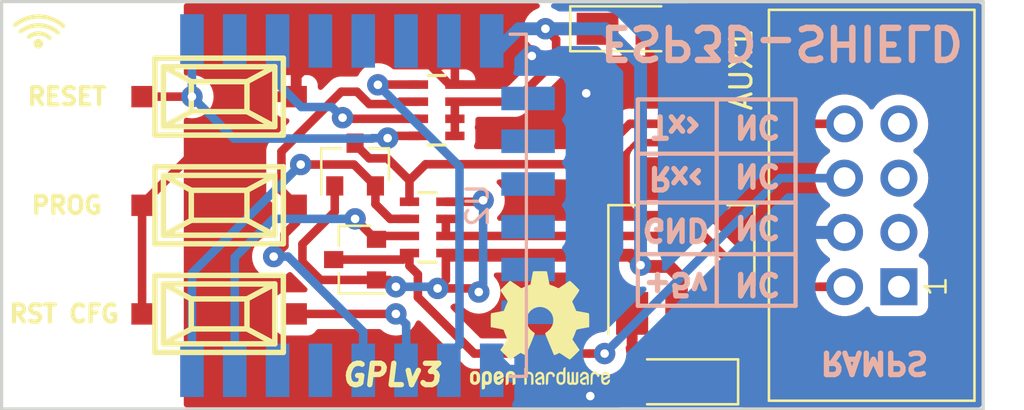
<source format=kicad_pcb>
(kicad_pcb (version 20221018) (generator pcbnew)
  (layers (0 "F.Cu" signal) (31 "B.Cu" signal) (34 "B.Paste" user) (35 "F.Paste" user) (36 "B.SilkS" user "B.Silkscreen") (37 "F.SilkS" user "F.Silkscreen") (38 "B.Mask" user) (39 "F.Mask" user) (44 "Edge.Cuts" user))
  (net 0 "")
  (net 1 "+5V")
  (net 2 "GND")
  (net 3 "+3V3")
  (net 4 "/LL1")
  (net 5 "/HL1")
  (net 6 "/LL2")
  (net 7 "/HL2")
  (net 8 "Net-(RN1-Pad8)")
  (net 9 "Net-(RN1-Pad7)")
  (net 10 "Net-(RN1-Pad6)")
  (net 11 "Net-(RN1-Pad5)")
  (net 12 "Net-(SW3-Pad1)")
  (footprint "Capacitors_Tantalum_SMD:CP_Tantalum_Case-A_EIA-3216-18_Reflow" (layer "F.Cu") (at 217.17 127 180)
    (fp_text reference "C1" hide)
    (fp_text value "10u")
    (pad "1" smd rect (at -1.375 0 180) (size 1.95 1.5) (layers "F.Cu" "F.Paste" "F.Mask") (net 1 "+5V"))
    (pad "2" smd rect (at 1.375 0 180) (size 1.95 1.5) (layers "F.Cu" "F.Paste" "F.Mask") (net 2 "GND"))
  )
  (footprint "Capacitors_Tantalum_SMD:CP_Tantalum_Case-A_EIA-3216-18_Reflow" (layer "F.Cu") (at 214.63 110.49)
    (fp_text reference "C2" hide)
    (fp_text value "10u")
    (pad "1" smd rect (at -1.375 0) (size 1.95 1.5) (layers "F.Cu" "F.Paste" "F.Mask") (net 3 "+3V3"))
    (pad "2" smd rect (at 1.375 0) (size 1.95 1.5) (layers "F.Cu" "F.Paste" "F.Mask") (net 2 "GND"))
  )
  (footprint "TO_SOT_Packages_SMD:SOT-23" (layer "F.Cu") (at 201.93 116.84 90)
    (fp_text reference "Q1" hide)
    (fp_text value "BSS138")
    (pad "1" smd rect (at -1 -0.95 90) (size 0.9 0.8) (layers "F.Cu" "F.Paste" "F.Mask") (net 3 "+3V3"))
    (pad "2" smd rect (at -1 0.95 90) (size 0.9 0.8) (layers "F.Cu" "F.Paste" "F.Mask") (net 4 "/LL1"))
    (pad "3" smd rect (at 1 0 90) (size 0.9 0.8) (layers "F.Cu" "F.Paste" "F.Mask") (net 5 "/HL1"))
  )
  (footprint "TO_SOT_Packages_SMD:SOT-23" (layer "F.Cu") (at 201.93 121.285 180)
    (fp_text reference "Q2" hide)
    (fp_text value "BSS138")
    (pad "1" smd rect (at -1 -0.95 180) (size 0.9 0.8) (layers "F.Cu" "F.Paste" "F.Mask") (net 3 "+3V3"))
    (pad "2" smd rect (at -1 0.95 180) (size 0.9 0.8) (layers "F.Cu" "F.Paste" "F.Mask") (net 6 "/LL2"))
    (pad "3" smd rect (at 1 0 180) (size 0.9 0.8) (layers "F.Cu" "F.Paste" "F.Mask") (net 7 "/HL2"))
  )
  (footprint "Resistors_SMD:R_Array_Concave_4x0603" (layer "F.Cu") (at 205.74 114.3 180)
    (fp_text reference "RN1" hide)
    (fp_text value "4x10k")
    (pad "1" smd rect (at -0.85 -1.2 180) (size 0.9 0.4) (layers "F.Cu" "F.Paste" "F.Mask") (net 3 "+3V3"))
    (pad "2" smd rect (at -0.85 -0.4 180) (size 0.9 0.4) (layers "F.Cu" "F.Paste" "F.Mask") (net 3 "+3V3"))
    (pad "3" smd rect (at -0.85 0.4 180) (size 0.9 0.4) (layers "F.Cu" "F.Paste" "F.Mask") (net 3 "+3V3"))
    (pad "4" smd rect (at -0.85 1.2 180) (size 0.9 0.4) (layers "F.Cu" "F.Paste" "F.Mask") (net 2 "GND"))
    (pad "5" smd rect (at 0.85 1.2 180) (size 0.9 0.4) (layers "F.Cu" "F.Paste" "F.Mask") (net 11 "Net-(RN1-Pad5)"))
    (pad "6" smd rect (at 0.85 0.4 180) (size 0.9 0.4) (layers "F.Cu" "F.Paste" "F.Mask") (net 10 "Net-(RN1-Pad6)"))
    (pad "7" smd rect (at 0.85 -0.4 180) (size 0.9 0.4) (layers "F.Cu" "F.Paste" "F.Mask") (net 9 "Net-(RN1-Pad7)"))
    (pad "8" smd rect (at 0.85 -1.2 180) (size 0.9 0.4) (layers "F.Cu" "F.Paste" "F.Mask") (net 8 "Net-(RN1-Pad8)"))
  )
  (footprint "Resistors_SMD:R_Array_Concave_4x0603" (layer "F.Cu") (at 205.32 119.78)
    (fp_text reference "RN2" hide)
    (fp_text value "4x10k")
    (pad "1" smd rect (at -0.85 -1.2) (size 0.9 0.4) (layers "F.Cu" "F.Paste" "F.Mask") (net 5 "/HL1"))
    (pad "2" smd rect (at -0.85 -0.4) (size 0.9 0.4) (layers "F.Cu" "F.Paste" "F.Mask") (net 4 "/LL1"))
    (pad "3" smd rect (at -0.85 0.4) (size 0.9 0.4) (layers "F.Cu" "F.Paste" "F.Mask") (net 6 "/LL2"))
    (pad "4" smd rect (at -0.85 1.2) (size 0.9 0.4) (layers "F.Cu" "F.Paste" "F.Mask") (net 7 "/HL2"))
    (pad "5" smd rect (at 0.85 1.2) (size 0.9 0.4) (layers "F.Cu" "F.Paste" "F.Mask") (net 3 "+3V3"))
    (pad "6" smd rect (at 0.85 0.4) (size 0.9 0.4) (layers "F.Cu" "F.Paste" "F.Mask") (net 1 "+5V"))
    (pad "7" smd rect (at 0.85 -0.4) (size 0.9 0.4) (layers "F.Cu" "F.Paste" "F.Mask") (net 1 "+5V"))
    (pad "8" smd rect (at 0.85 -1.2) (size 0.9 0.4) (layers "F.Cu" "F.Paste" "F.Mask") (net 3 "+3V3"))
  )
  (footprint "TO_SOT_Packages_SMD:SOT-223" (layer "F.Cu") (at 217.17 120.65 90)
    (fp_text reference "U1" hide)
    (fp_text value "LM1117-3.3")
    (pad "" smd rect (at 3.15 0 90) (size 2 3.8) (layers "F.Cu" "F.Paste" "F.Mask"))
    (pad "1" smd rect (at -3.15 -2.3 90) (size 2 1.5) (layers "F.Cu" "F.Paste" "F.Mask") (net 2 "GND"))
    (pad "2" smd rect (at -3.15 0 90) (size 2 1.5) (layers "F.Cu" "F.Paste" "F.Mask") (net 3 "+3V3"))
    (pad "3" smd rect (at -3.15 2.3 90) (size 2 1.5) (layers "F.Cu" "F.Paste" "F.Mask") (net 1 "+5V"))
  )
  (footprint "w_switch:smd_push" (layer "F.Cu") (at 195.58 113.665 180)
    (fp_text reference "SW1" hide)
    (fp_text value "RESET" hide)
    (pad "1" smd rect (at -3.59918 0 180) (size 1.00076 1.00076) (layers "F.Cu" "F.Paste" "F.Mask") (net 2 "GND"))
    (pad "2" smd rect (at 3.59918 0 180) (size 1.00076 1.00076) (layers "F.Cu" "F.Paste" "F.Mask") (net 8 "Net-(RN1-Pad8)"))
  )
  (footprint "w_switch:smd_push" (layer "F.Cu") (at 195.58 118.745 180)
    (fp_text reference "SW2" hide)
    (fp_text value "PROGRAM" hide)
    (pad "1" smd rect (at -3.59918 0 180) (size 1.00076 1.00076) (layers "F.Cu" "F.Paste" "F.Mask") (net 10 "Net-(RN1-Pad6)"))
    (pad "2" smd rect (at 3.59918 0 180) (size 1.00076 1.00076) (layers "F.Cu" "F.Paste" "F.Mask") (net 2 "GND"))
  )
  (footprint "w_switch:smd_push" (layer "F.Cu") (at 195.58 123.825 180)
    (fp_text reference "SW3" hide)
    (fp_text value "RESET_CONFIG" hide)
    (pad "1" smd rect (at -3.59918 0 180) (size 1.00076 1.00076) (layers "F.Cu" "F.Paste" "F.Mask") (net 12 "Net-(SW3-Pad1)"))
    (pad "2" smd rect (at 3.59918 0 180) (size 1.00076 1.00076) (layers "F.Cu" "F.Paste" "F.Mask") (net 2 "GND"))
  )
  (footprint "Connectors:IDC_Header_Straight_8pins" (layer "F.Cu") (at 227.33 122.555 90)
    (fp_text reference "AUX1" (at 10.16 -7.366 90) (layer "F.SilkS"))
    (fp_text value "Conn_02x04_Odd_Even")
    (fp_text user "1" (at 0.02 1.72 90) (layer "F.SilkS") (effects (font (thickness 0.12))))
    (pad "1" thru_hole rect (at 0 0 90) (size 1.7272 1.7272) (drill 1.016) (layers "*.Cu" "*.Mask"))
    (pad "2" thru_hole oval (at 0 -2.54 90) (size 1.7272 1.7272) (drill 1.016) (layers "*.Cu" "*.Mask") (net 1 "+5V"))
    (pad "3" thru_hole oval (at 2.54 0 90) (size 1.7272 1.7272) (drill 1.016) (layers "*.Cu" "*.Mask"))
    (pad "4" thru_hole oval (at 2.54 -2.54 90) (size 1.7272 1.7272) (drill 1.016) (layers "*.Cu" "*.Mask") (net 2 "GND"))
    (pad "5" thru_hole oval (at 5.08 0 90) (size 1.7272 1.7272) (drill 1.016) (layers "*.Cu" "*.Mask"))
    (pad "6" thru_hole oval (at 5.08 -2.54 90) (size 1.7272 1.7272) (drill 1.016) (layers "*.Cu" "*.Mask") (net 7 "/HL2"))
    (pad "7" thru_hole oval (at 7.62 0 90) (size 1.7272 1.7272) (drill 1.016) (layers "*.Cu" "*.Mask"))
    (pad "8" thru_hole oval (at 7.62 -2.54 90) (size 1.7272 1.7272) (drill 1.016) (layers "*.Cu" "*.Mask") (net 5 "/HL1"))
  )
  (footprint "Symbols:OSHW-Logo2_7.3x6mm_SilkScreen" (layer "F.Cu") (at 210.566 124.587)
    (fp_text reference "REF***" hide)
    (fp_text value "OSHW-Logo2_7.3x6mm_SilkScreen" hide)
  )
  (footprint "ESP8266:ESP-12E_SMD" (layer "B.Cu") (at 194.31 111.76 -90)
    (fp_text reference "U2" (at 6.985 -13.335 270) (layer "B.SilkS") (effects (justify mirror)))
    (fp_text value "ESP-12E" hide)
    (pad "1" smd rect (at 0 0 270) (size 2.5 1.1) (drill (offset -0.7 0)) (layers "B.Cu" "B.Paste" "B.Mask") (net 8 "Net-(RN1-Pad8)"))
    (pad "2" smd rect (at 0 -2 270) (size 2.5 1.1) (drill (offset -0.7 0)) (layers "B.Cu" "B.Paste" "B.Mask"))
    (pad "3" smd rect (at 0 -4 270) (size 2.5 1.1) (drill (offset -0.7 0)) (layers "B.Cu" "B.Paste" "B.Mask") (net 9 "Net-(RN1-Pad7)"))
    (pad "4" smd rect (at 0 -6 270) (size 2.5 1.1) (drill (offset -0.7 0)) (layers "B.Cu" "B.Paste" "B.Mask"))
    (pad "5" smd rect (at 0 -8 270) (size 2.5 1.1) (drill (offset -0.7 0)) (layers "B.Cu" "B.Paste" "B.Mask"))
    (pad "6" smd rect (at 0 -10 270) (size 2.5 1.1) (drill (offset -0.7 0)) (layers "B.Cu" "B.Paste" "B.Mask"))
    (pad "7" smd rect (at 0 -12 270) (size 2.5 1.1) (drill (offset -0.7 0)) (layers "B.Cu" "B.Paste" "B.Mask"))
    (pad "8" smd rect (at 0 -14 270) (size 2.5 1.1) (drill (offset -0.7 0)) (layers "B.Cu" "B.Paste" "B.Mask") (net 3 "+3V3"))
    (pad "9" smd rect (at 14 -14 270) (size 2.5 1.1) (drill (offset 0.7 0)) (layers "B.Cu" "B.Paste" "B.Mask") (net 2 "GND"))
    (pad "10" smd rect (at 14 -12 270) (size 2.5 1.1) (drill (offset 0.7 0)) (layers "B.Cu" "B.Paste" "B.Mask") (net 11 "Net-(RN1-Pad5)"))
    (pad "11" smd rect (at 14 -10 270) (size 2.5 1.1) (drill (offset 0.7 0)) (layers "B.Cu" "B.Paste" "B.Mask") (net 12 "Net-(SW3-Pad1)"))
    (pad "12" smd rect (at 14 -8 270) (size 2.5 1.1) (drill (offset 0.7 0)) (layers "B.Cu" "B.Paste" "B.Mask") (net 10 "Net-(RN1-Pad6)"))
    (pad "13" smd rect (at 14 -6 270) (size 2.5 1.1) (drill (offset 0.7 0)) (layers "B.Cu" "B.Paste" "B.Mask"))
    (pad "14" smd rect (at 14 -4 270) (size 2.5 1.1) (drill (offset 0.7 0)) (layers "B.Cu" "B.Paste" "B.Mask"))
    (pad "15" smd rect (at 14 -2 270) (size 2.5 1.1) (drill (offset 0.7 0)) (layers "B.Cu" "B.Paste" "B.Mask") (net 6 "/LL2"))
    (pad "16" smd rect (at 14 0 270) (size 2.5 1.1) (drill (offset 0.7 0)) (layers "B.Cu" "B.Paste" "B.Mask") (net 4 "/LL1"))
    (pad "17" smd rect (at 1.99 -15 180) (size 2.5 1.1) (drill (offset -0.7 0)) (layers "B.Cu" "B.Paste" "B.Mask"))
    (pad "18" smd rect (at 3.99 -15 180) (size 2.5 1.1) (drill (offset -0.7 0)) (layers "B.Cu" "B.Paste" "B.Mask"))
    (pad "19" smd rect (at 5.99 -15 180) (size 2.5 1.1) (drill (offset -0.7 0)) (layers "B.Cu" "B.Paste" "B.Mask"))
    (pad "20" smd rect (at 7.99 -15 180) (size 2.5 1.1) (drill (offset -0.7 0)) (layers "B.Cu" "B.Paste" "B.Mask"))
    (pad "21" smd rect (at 9.99 -15 180) (size 2.5 1.1) (drill (offset -0.7 0)) (layers "B.Cu" "B.Paste" "B.Mask"))
    (pad "22" smd rect (at 11.99 -15 180) (size 2.5 1.1) (drill (offset -0.7 0)) (layers "B.Cu" "B.Paste" "B.Mask"))
  )
  (gr_line (start 222.504 113.792) (end 222.504 123.444) (stroke (width 0.2)) (layer "B.SilkS"))
  (gr_line (start 218.948 113.792) (end 222.504 113.792) (stroke (width 0.2)) (layer "B.SilkS"))
  (gr_line (start 218.948 113.792) (end 215.138 113.792) (stroke (width 0.2)) (layer "B.SilkS"))
  (gr_line (start 222.504 123.444) (end 218.948 123.444) (stroke (width 0.2)) (layer "B.SilkS"))
  (gr_line (start 215.138 123.444) (end 218.948 123.444) (stroke (width 0.2)) (layer "B.SilkS"))
  (gr_line (start 215.138 116.332) (end 222.504 116.332) (stroke (width 0.2)) (layer "B.SilkS"))
  (gr_line (start 215.138 113.792) (end 215.138 123.444) (stroke (width 0.2)) (layer "B.SilkS"))
  (gr_line (start 215.138 121.031) (end 222.504 121.031) (stroke (width 0.2)) (layer "B.SilkS"))
  (gr_line (start 215.138 118.618) (end 222.504 118.618) (stroke (width 0.2)) (layer "B.SilkS"))
  (gr_line (start 218.821 123.444) (end 218.821 113.792) (stroke (width 0.2)) (layer "B.SilkS"))
  (gr_circle (center 187.1345 111.1885) (end 187.1345 111.0615) (stroke (width 0.2)) (fill none) (layer "F.SilkS"))
  (gr_arc (start 186.69 110.871) (mid 187.183892 110.70952) (end 187.659908 110.917882) (stroke (width 0.2)) (layer "F.SilkS"))
  (gr_arc (start 186.309 110.617) (mid 187.18585 110.328406) (end 188.045677 110.664336) (stroke (width 0.2)) (layer "F.SilkS"))
  (gr_arc (start 186.055 110.309442) (mid 187.189653 109.917741) (end 188.304378 110.363) (stroke (width 0.2)) (layer "F.SilkS"))
  (gr_line (start 231.267 109.22) (end 231.267 128.27) (stroke (width 0.15)) (layer "Edge.Cuts"))
  (gr_line (start 185.42 128.27) (end 185.42 109.22) (stroke (width 0.15)) (layer "Edge.Cuts"))
  (gr_line (start 185.42 109.22) (end 231.267 109.22) (stroke (width 0.15)) (layer "Edge.Cuts"))
  (gr_line (start 231.267 128.27) (end 185.42 128.27) (stroke (width 0.15)) (layer "Edge.Cuts"))
  (gr_text "Rx‹" (at 216.916 117.475 180) (layer "B.SilkS") (effects (font (size 1 1) (thickness 0.25)) (justify mirror)))
  (gr_text "NC" (at 220.726 117.348 180) (layer "B.SilkS") (effects (font (size 1 1) (thickness 0.25)) (justify mirror)))
  (gr_text "NC" (at 220.726 119.761 180) (layer "B.SilkS") (effects (font (size 1 1) (thickness 0.25)) (justify mirror)))
  (gr_text "NC" (at 220.726 122.428 180) (layer "B.SilkS") (effects (font (size 1 1) (thickness 0.25)) (justify mirror)))
  (gr_text "GND" (at 216.916 119.888 180) (layer "B.SilkS") (effects (font (size 1 1) (thickness 0.25)) (justify mirror)))
  (gr_text "RAMPS" (at 226.187 126.111 180) (layer "B.SilkS") (effects (font (size 1 1) (thickness 0.25)) (justify mirror)))
  (gr_text "Tx›" (at 216.916 115.062 180) (layer "B.SilkS") (effects (font (size 1 1) (thickness 0.25)) (justify mirror)))
  (gr_text "NC" (at 220.726 115.062 180) (layer "B.SilkS") (effects (font (size 1 1) (thickness 0.25)) (justify mirror)))
  (gr_text "+5v" (at 216.916 122.428 180) (layer "B.SilkS") (effects (font (size 1 1) (thickness 0.25)) (justify mirror)))
  (gr_text "ESP3D-SHIELD" (at 221.869 111.125 180) (layer "B.SilkS") (effects (font (size 1.5 1.5) (thickness 0.3)) (justify mirror)))
  (gr_text "PROG" (at 188.468 118.745) (layer "F.SilkS") (effects (font (size 0.8 0.8) (thickness 0.2))))
  (gr_text "RST CFG" (at 188.341 123.825) (layer "F.SilkS") (effects (font (size 0.8 0.8) (thickness 0.2))))
  (gr_text "GPLv3" (at 203.6445 126.6825) (layer "F.SilkS") (effects (font (size 1 1) (thickness 0.25) italic)))
  (gr_text "RESET" (at 188.468 113.665) (layer "F.SilkS") (effects (font (size 0.8 0.8) (thickness 0.2))))
  (segment (start 206.17 120.18) (end 206.17075 120.17925) (width 0.4) (layer "F.Cu") (net 1))
  (segment (start 223.647 122.555) (end 224.155 122.555) (width 0.4) (layer "F.Cu") (net 1))
  (segment (start 219.47 121.427825) (end 219.47 123.8) (width 0.4) (layer "F.Cu") (net 1))
  (segment (start 219.47 123.8) (end 221.912377 123.8) (width 0.4) (layer "F.Cu") (net 1))
  (segment (start 219.501749 123.831749) (end 219.47 123.8) (width 0.4) (layer "F.Cu") (net 1))
  (segment (start 221.912377 123.8) (end 223.157377 122.555) (width 0.4) (layer "F.Cu") (net 1))
  (segment (start 206.17075 120.17925) (end 218.221425 120.17925) (width 0.4) (layer "F.Cu") (net 1))
  (segment (start 218.545 127) (end 219.501749 126.043251) (width 0.4) (layer "F.Cu") (net 1))
  (segment (start 218.221425 120.17925) (end 219.47 121.427825) (width 0.4) (layer "F.Cu") (net 1))
  (segment (start 219.501749 126.043251) (end 219.501749 123.831749) (width 0.4) (layer "F.Cu") (net 1))
  (segment (start 206.17 119.38) (end 206.17 120.18) (width 0.4) (layer "F.Cu") (net 1))
  (segment (start 224.79 122.555) (end 223.647 122.555) (width 0.4) (layer "F.Cu") (net 1))
  (segment (start 223.157377 122.555) (end 223.647 122.555) (width 0.4) (layer "F.Cu") (net 1))
  (segment (start 206.59 113.1) (end 208.845 113.1) (width 0.4) (layer "F.Cu") (net 2))
  (segment (start 212.760319 113.509681) (end 212.725 113.545) (width 0.6) (layer "F.Cu") (net 2))
  (segment (start 191.98082 118.745) (end 191.98082 118.692906) (width 0.4) (layer "F.Cu") (net 2))
  (segment (start 191.98082 123.825) (end 191.98082 122.92462) (width 0.4) (layer "F.Cu") (net 2))
  (segment (start 215.778394 127.016606) (end 213.565311 127.016606) (width 0.6) (layer "F.Cu") (net 2))
  (segment (start 215.795 127) (end 215.778394 127.016606) (width 0.6) (layer "F.Cu") (net 2))
  (segment (start 215.78 112.322693) (end 214.593012 113.509681) (width 0.6) (layer "F.Cu") (net 2))
  (segment (start 214.593012 113.509681) (end 212.760319 113.509681) (width 0.6) (layer "F.Cu") (net 2))
  (segment (start 212.725 113.511055) (end 212.726374 113.509681) (width 0.4) (layer "F.Cu") (net 2))
  (segment (start 215.78 110.49) (end 215.78 112.322693) (width 0.6) (layer "F.Cu") (net 2))
  (segment (start 206.34 113.1) (end 204.547465 111.307465) (width 0.4) (layer "F.Cu") (net 2))
  (segment (start 197.008726 113.665) (end 199.17918 113.665) (width 0.4) (layer "F.Cu") (net 2))
  (segment (start 206.59 113.1) (end 206.34 113.1) (width 0.4) (layer "F.Cu") (net 2))
  (segment (start 215.795 127) (end 214.885968 126.090968) (width 0.4) (layer "F.Cu") (net 2))
  (segment (start 213.415132 127.166785) (end 212.915133 127.666784) (width 0.6) (layer "F.Cu") (net 2))
  (segment (start 213.565311 127.016606) (end 213.415132 127.166785) (width 0.6) (layer "F.Cu") (net 2))
  (segment (start 191.98082 118.692906) (end 197.008726 113.665) (width 0.4) (layer "F.Cu") (net 2))
  (segment (start 199.17918 112.76462) (end 199.17918 113.665) (width 0.4) (layer "F.Cu") (net 2))
  (segment (start 208.845 113.1) (end 210.185 111.76) (width 0.4) (layer "F.Cu") (net 2))
  (segment (start 216.005 110.49) (end 215.78 110.49) (width 0.4) (layer "F.Cu") (net 2))
  (segment (start 191.98082 122.92462) (end 191.98082 118.745) (width 0.4) (layer "F.Cu") (net 2))
  (segment (start 200.636335 111.307465) (end 199.17918 112.76462) (width 0.4) (layer "F.Cu") (net 2))
  (segment (start 214.885968 123.815968) (end 214.87 123.8) (width 0.4) (layer "F.Cu") (net 2))
  (segment (start 212.725 113.545) (end 212.725 113.511055) (width 0.4) (layer "F.Cu") (net 2))
  (segment (start 204.547465 111.307465) (end 200.636335 111.307465) (width 0.4) (layer "F.Cu") (net 2))
  (segment (start 214.885968 126.090968) (end 214.885968 123.815968) (width 0.4) (layer "F.Cu") (net 2))
  (via (at 212.726374 113.509681) (size 1) (drill 0.4) (layers "F.Cu" "B.Cu") (net 2))
  (via (at 212.915133 127.666784) (size 1) (drill 0.4) (layers "F.Cu" "B.Cu") (net 2))
  (via (at 210.185 111.76) (size 1) (drill 0.4) (layers "F.Cu" "B.Cu") (net 2))
  (segment (start 214.383277 127.624837) (end 212.95708 127.624837) (width 0.6) (layer "B.Cu") (net 2))
  (segment (start 212.851589 127.504839) (end 212.851589 127.60324) (width 0.4) (layer "B.Cu") (net 2))
  (segment (start 210.185 111.76) (end 210.976693 111.76) (width 0.4) (layer "B.Cu") (net 2))
  (segment (start 212.181061 125.881181) (end 212.181061 114.054994) (width 0.6) (layer "B.Cu") (net 2))
  (segment (start 224.79 120.015) (end 222.885 120.015) (width 0.6) (layer "B.Cu") (net 2))
  (segment (start 212.94197 127.609728) (end 212.94197 127.624368) (width 0.6) (layer "B.Cu") (net 2))
  (segment (start 224.155 120.015) (end 222.885 120.015) (width 0.6) (layer "B.Cu") (net 2))
  (segment (start 212.95708 127.624837) (end 212.915133 127.666784) (width 0.6) (layer "B.Cu") (net 2))
  (segment (start 221.993114 120.015) (end 214.383277 127.624837) (width 0.6) (layer "B.Cu") (net 2))
  (segment (start 212.851589 127.60324) (end 212.915133 127.666784) (width 0.4) (layer "B.Cu") (net 2))
  (segment (start 212.226375 114.00968) (end 212.726374 113.509681) (width 0.6) (layer "B.Cu") (net 2))
  (segment (start 212.226375 113.009682) (end 212.726374 113.509681) (width 0.4) (layer "B.Cu") (net 2))
  (segment (start 211.697242 126.365) (end 212.94197 127.609728) (width 0.6) (layer "B.Cu") (net 2))
  (segment (start 209.293951 126.743951) (end 211.318291 126.743951) (width 0.6) (layer "B.Cu") (net 2))
  (segment (start 208.31 125.76) (end 209.293951 126.743951) (width 0.6) (layer "B.Cu") (net 2))
  (segment (start 212.181061 114.054994) (end 212.226375 114.00968) (width 0.6) (layer "B.Cu") (net 2))
  (segment (start 210.976693 111.76) (end 212.226375 113.009682) (width 0.4) (layer "B.Cu") (net 2))
  (segment (start 211.318291 126.743951) (end 211.697242 126.365) (width 0.6) (layer "B.Cu") (net 2))
  (segment (start 222.885 120.015) (end 221.993114 120.015) (width 0.6) (layer "B.Cu") (net 2))
  (segment (start 211.697242 126.365) (end 212.181061 125.881181) (width 0.6) (layer "B.Cu") (net 2))
  (segment (start 209.377004 113.9) (end 211.319999 111.957005) (width 0.4) (layer "F.Cu") (net 3))
  (segment (start 217.17 123.8) (end 217.17 123.55) (width 0.4) (layer "F.Cu") (net 3))
  (segment (start 206.27111 121.08111) (end 214.802747 121.08111) (width 0.6) (layer "F.Cu") (net 3))
  (segment (start 203.515 122.235) (end 203.835 122.555) (width 0.4) (layer "F.Cu") (net 3))
  (segment (start 213.255 110.49) (end 210.82 110.49) (width 0.6) (layer "F.Cu") (net 3))
  (segment (start 207.841998 118.58) (end 207.91001 118.511988) (width 0.4) (layer "F.Cu") (net 3))
  (segment (start 205.784149 122.633148) (end 207.539225 122.633148) (width 0.4) (layer "F.Cu") (net 3))
  (segment (start 206.59 113.9) (end 209.377004 113.9) (width 0.4) (layer "F.Cu") (net 3))
  (segment (start 200.309998 122.235) (end 199.471128 121.39613) (width 0.4) (layer "F.Cu") (net 3))
  (segment (start 207.539225 122.633148) (end 207.707012 122.800935) (width 0.4) (layer "F.Cu") (net 3))
  (segment (start 214.802747 121.08111) (end 215.264163 121.542526) (width 0.6) (layer "F.Cu") (net 3))
  (segment (start 200.98 119.0479) (end 200.98 117.84) (width 0.4) (layer "F.Cu") (net 3))
  (segment (start 206.17 120.98) (end 206.17 122.247297) (width 0.4) (layer "F.Cu") (net 3))
  (segment (start 199.471128 121.39613) (end 199.471128 120.556772) (width 0.4) (layer "F.Cu") (net 3))
  (segment (start 211.319999 110.989999) (end 210.82 110.49) (width 0.4) (layer "F.Cu") (net 3))
  (segment (start 206.17 122.247297) (end 205.784149 122.633148) (width 0.4) (layer "F.Cu") (net 3))
  (segment (start 206.17 120.98) (end 206.647818 120.98) (width 0.4) (layer "F.Cu") (net 3))
  (segment (start 206.59 114.7) (end 206.59 115.5) (width 0.4) (layer "F.Cu") (net 3))
  (segment (start 202.93 122.235) (end 203.515 122.235) (width 0.4) (layer "F.Cu") (net 3))
  (segment (start 216.606467 121.605447) (end 215.327084 121.605447) (width 0.6) (layer "F.Cu") (net 3))
  (segment (start 217.17 123.55) (end 217.17 122.16898) (width 0.6) (layer "F.Cu") (net 3))
  (segment (start 211.319999 111.957005) (end 211.319999 110.989999) (width 0.4) (layer "F.Cu") (net 3))
  (segment (start 206.17 118.58) (end 207.841998 118.58) (width 0.4) (layer "F.Cu") (net 3))
  (segment (start 199.471128 120.556772) (end 200.98 119.0479) (width 0.4) (layer "F.Cu") (net 3))
  (segment (start 217.17 122.16898) (end 216.606467 121.605447) (width 0.6) (layer "F.Cu") (net 3))
  (segment (start 206.59 113.9) (end 206.59 114.7) (width 0.4) (layer "F.Cu") (net 3))
  (segment (start 215.327084 121.605447) (end 215.264163 121.542526) (width 0.6) (layer "F.Cu") (net 3))
  (segment (start 202.93 122.235) (end 200.309998 122.235) (width 0.4) (layer "F.Cu") (net 3))
  (via (at 210.82 110.49) (size 1) (drill 0.4) (layers "F.Cu" "B.Cu") (net 3))
  (via (at 205.784149 122.633148) (size 1) (drill 0.4) (layers "F.Cu" "B.Cu") (net 3))
  (via (at 203.835 122.555) (size 1) (drill 0.4) (layers "F.Cu" "B.Cu") (net 3))
  (via (at 215.264163 121.542526) (size 1) (drill 0.4) (layers "F.Cu" "B.Cu") (net 3))
  (via (at 207.707012 122.800935) (size 1) (drill 0.4) (layers "F.Cu" "B.Cu") (net 3))
  (via (at 207.91001 118.511988) (size 1) (drill 0.4) (layers "F.Cu" "B.Cu") (net 3))
  (segment (start 205.706001 122.555) (end 205.784149 122.633148) (width 0.4) (layer "B.Cu") (net 3))
  (segment (start 215.264163 112.146404) (end 215.264163 120.83542) (width 0.6) (layer "B.Cu") (net 3))
  (segment (start 207.91001 118.511988) (end 207.91001 122.597937) (width 0.4) (layer "B.Cu") (net 3))
  (segment (start 203.835 122.555) (end 205.706001 122.555) (width 0.4) (layer "B.Cu") (net 3))
  (segment (start 207.91001 122.597937) (end 207.707012 122.800935) (width 0.4) (layer "B.Cu") (net 3))
  (segment (start 210.82 110.49) (end 209.58 110.49) (width 0.6) (layer "B.Cu") (net 3))
  (segment (start 210.82 110.49) (end 213.607759 110.49) (width 0.6) (layer "B.Cu") (net 3))
  (segment (start 213.607759 110.49) (end 215.264163 112.146404) (width 0.6) (layer "B.Cu") (net 3))
  (segment (start 215.264163 120.83542) (end 215.264163 121.542526) (width 0.6) (layer "B.Cu") (net 3))
  (segment (start 209.58 110.49) (end 208.31 111.76) (width 0.6) (layer "B.Cu") (net 3))
  (segment (start 203.57 119.38) (end 202.88 118.69) (width 0.4) (layer "F.Cu") (net 4))
  (segment (start 202.88 117.84) (end 201.88 116.84) (width 0.4) (layer "F.Cu") (net 4))
  (segment (start 204.47 119.38) (end 203.57 119.38) (width 0.4) (layer "F.Cu") (net 4))
  (segment (start 202.88 118.69) (end 202.88 117.84) (width 0.4) (layer "F.Cu") (net 4))
  (segment (start 201.88 116.84) (end 199.39 116.84) (width 0.4) (layer "F.Cu") (net 4))
  (via (at 199.39 116.84) (size 1) (drill 0.4) (layers "F.Cu" "B.Cu") (net 4))
  (segment (start 194.31 121.92) (end 194.31 125.76) (width 0.4) (layer "B.Cu") (net 4))
  (segment (start 199.39 116.84) (end 194.31 121.92) (width 0.4) (layer "B.Cu") (net 4))
  (segment (start 203.440836 116.550836) (end 202.590836 116.550836) (width 0.4) (layer "F.Cu") (net 5))
  (segment (start 204.47 117.58) (end 203.440836 116.550836) (width 0.4) (layer "F.Cu") (net 5))
  (segment (start 222.92073 114.935) (end 224.79 114.935) (width 0.4) (layer "F.Cu") (net 5))
  (segment (start 214.761678 114.935) (end 222.92073 114.935) (width 0.4) (layer "F.Cu") (net 5))
  (segment (start 205.223732 116.826268) (end 212.87041 116.826268) (width 0.4) (layer "F.Cu") (net 5))
  (segment (start 201.93 115.89) (end 201.93 115.84) (width 0.4) (layer "F.Cu") (net 5))
  (segment (start 204.47 118.58) (end 204.47 117.58) (width 0.4) (layer "F.Cu") (net 5))
  (segment (start 202.590836 116.550836) (end 201.93 115.89) (width 0.4) (layer "F.Cu") (net 5))
  (segment (start 204.47 117.58) (end 205.223732 116.826268) (width 0.4) (layer "F.Cu") (net 5))
  (segment (start 212.87041 116.826268) (end 214.761678 114.935) (width 0.4) (layer "F.Cu") (net 5))
  (segment (start 202.885 120.335) (end 201.93 119.38) (width 0.4) (layer "F.Cu") (net 6))
  (segment (start 204.47 120.18) (end 203.085 120.18) (width 0.4) (layer "F.Cu") (net 6))
  (segment (start 203.085 120.18) (end 202.93 120.335) (width 0.4) (layer "F.Cu") (net 6))
  (segment (start 202.93 120.335) (end 202.885 120.335) (width 0.4) (layer "F.Cu") (net 6))
  (via (at 201.93 119.38) (size 1) (drill 0.4) (layers "F.Cu" "B.Cu") (net 6))
  (segment (start 198.110109 119.38) (end 196.31 121.180109) (width 0.4) (layer "B.Cu") (net 6))
  (segment (start 196.31 121.180109) (end 196.31 125.76) (width 0.4) (layer "B.Cu") (net 6))
  (segment (start 201.93 119.38) (end 198.110109 119.38) (width 0.4) (layer "B.Cu") (net 6))
  (segment (start 204.863172 121.973172) (end 204.863172 123.044177) (width 0.4) (layer "F.Cu") (net 7))
  (segment (start 204.47 121.58) (end 204.863172 121.973172) (width 0.4) (layer "F.Cu") (net 7))
  (segment (start 204.47 120.98) (end 204.47 121.58) (width 0.4) (layer "F.Cu") (net 7))
  (segment (start 212.877329 125.678955) (end 213.584435 125.678955) (width 0.4) (layer "F.Cu") (net 7))
  (segment (start 204.47 120.98) (end 204.165 121.285) (width 0.4) (layer "F.Cu") (net 7))
  (segment (start 204.165 121.285) (end 200.93 121.285) (width 0.4) (layer "F.Cu") (net 7))
  (segment (start 207.49795 125.678955) (end 212.877329 125.678955) (width 0.4) (layer "F.Cu") (net 7))
  (segment (start 204.863172 123.044177) (end 207.49795 125.678955) (width 0.4) (layer "F.Cu") (net 7))
  (via (at 213.584435 125.678955) (size 1) (drill 0.4) (layers "F.Cu" "B.Cu") (net 7))
  (segment (start 224.79 117.475) (end 223.647 117.475) (width 0.4) (layer "B.Cu") (net 7))
  (segment (start 224.155 117.475) (end 223.647 117.475) (width 0.4) (layer "B.Cu") (net 7))
  (segment (start 223.647 117.475) (end 221.78839 117.475) (width 0.4) (layer "B.Cu") (net 7))
  (segment (start 221.78839 117.475) (end 214.084434 125.178956) (width 0.4) (layer "B.Cu") (net 7))
  (segment (start 214.084434 125.178956) (end 213.584435 125.678955) (width 0.4) (layer "B.Cu") (net 7))
  (segment (start 191.98082 113.665) (end 194.31 113.665) (width 0.4) (layer "F.Cu") (net 8))
  (segment (start 203.555264 115.5) (end 203.450084 115.60518) (width 0.4) (layer "F.Cu") (net 8))
  (segment (start 204.89 115.5) (end 203.555264 115.5) (width 0.4) (layer "F.Cu") (net 8))
  (via (at 194.31 113.665) (size 1) (drill 0.4) (layers "F.Cu" "B.Cu") (net 8))
  (via (at 203.450084 115.60518) (size 1) (drill 0.4) (layers "F.Cu" "B.Cu") (net 8))
  (segment (start 202.742978 115.60518) (end 203.450084 115.60518) (width 0.4) (layer "B.Cu") (net 8))
  (segment (start 196.271144 115.626144) (end 202.722014 115.626144) (width 0.4) (layer "B.Cu") (net 8))
  (segment (start 194.31 113.665) (end 194.31 111.76) (width 0.4) (layer "B.Cu") (net 8))
  (segment (start 194.31 113.665) (end 196.271144 115.626144) (width 0.4) (layer "B.Cu") (net 8))
  (segment (start 202.722014 115.626144) (end 202.742978 115.60518) (width 0.4) (layer "B.Cu") (net 8))
  (segment (start 201.395521 114.7) (end 201.344968 114.649447) (width 0.4) (layer "F.Cu") (net 9))
  (segment (start 204.89 114.7) (end 201.395521 114.7) (width 0.4) (layer "F.Cu") (net 9))
  (via (at 201.344968 114.649447) (size 1) (drill 0.4) (layers "F.Cu" "B.Cu") (net 9))
  (segment (start 200.844969 114.149448) (end 201.344968 114.649447) (width 0.4) (layer "B.Cu") (net 9))
  (segment (start 199.41877 114.149448) (end 200.844969 114.149448) (width 0.4) (layer "B.Cu") (net 9))
  (segment (start 198.31 111.76) (end 198.31 113.040678) (width 0.4) (layer "B.Cu") (net 9))
  (segment (start 198.31 113.040678) (end 199.41877 114.149448) (width 0.4) (layer "B.Cu") (net 9))
  (segment (start 199.17918 118.745) (end 199.17918 119.548365) (width 0.4) (layer "F.Cu") (net 10))
  (segment (start 204.89 113.9) (end 204.04 113.9) (width 0.4) (layer "F.Cu") (net 10))
  (segment (start 198.489998 118.055818) (end 199.17918 118.745) (width 0.4) (layer "F.Cu") (net 10))
  (segment (start 202.59432 114.011187) (end 202.01812 113.434987) (width 0.4) (layer "F.Cu") (net 10))
  (segment (start 204.04 113.9) (end 203.928813 114.011187) (width 0.4) (layer "F.Cu") (net 10))
  (segment (start 198.489998 116.23161) (end 198.489998 118.055818) (width 0.4) (layer "F.Cu") (net 10))
  (segment (start 203.928813 114.011187) (end 202.59432 114.011187) (width 0.4) (layer "F.Cu") (net 10))
  (segment (start 199.17918 119.548365) (end 198.628824 120.098721) (width 0.4) (layer "F.Cu") (net 10))
  (segment (start 202.01812 113.434987) (end 201.286621 113.434987) (width 0.4) (layer "F.Cu") (net 10))
  (segment (start 198.628824 120.644031) (end 198.128825 121.14403) (width 0.4) (layer "F.Cu") (net 10))
  (segment (start 201.286621 113.434987) (end 198.489998 116.23161) (width 0.4) (layer "F.Cu") (net 10))
  (segment (start 198.628824 120.098721) (end 198.628824 120.644031) (width 0.4) (layer "F.Cu") (net 10))
  (via (at 198.128825 121.14403) (size 1) (drill 0.4) (layers "F.Cu" "B.Cu") (net 10))
  (segment (start 198.799976 121.14403) (end 198.128825 121.14403) (width 0.4) (layer "B.Cu") (net 10))
  (segment (start 202.31 125.76) (end 202.31 124.654054) (width 0.4) (layer "B.Cu") (net 10))
  (segment (start 202.31 124.654054) (end 198.799976 121.14403) (width 0.4) (layer "B.Cu") (net 10))
  (segment (start 203.005859 113.1) (end 202.994674 113.111185) (width 0.4) (layer "F.Cu") (net 11))
  (segment (start 204.89 113.1) (end 203.005859 113.1) (width 0.4) (layer "F.Cu") (net 11))
  (via (at 202.994674 113.111185) (size 1) (drill 0.4) (layers "F.Cu" "B.Cu") (net 11))
  (segment (start 206.807002 116.923513) (end 203.494673 113.611184) (width 0.4) (layer "B.Cu") (net 11))
  (segment (start 203.494673 113.611184) (end 202.994674 113.111185) (width 0.4) (layer "B.Cu") (net 11))
  (segment (start 206.31 125.76) (end 206.807002 125.262998) (width 0.4) (layer "B.Cu") (net 11))
  (segment (start 206.807002 125.262998) (end 206.807002 116.923513) (width 0.4) (layer "B.Cu") (net 11))
  (segment (start 199.17918 123.825) (end 203.835 123.825) (width 0.4) (layer "F.Cu") (net 12))
  (via (at 203.835 123.825) (size 1) (drill 0.4) (layers "F.Cu" "B.Cu") (net 12))
  (segment (start 204.316003 125.753997) (end 204.31 125.76) (width 0.4) (layer "B.Cu") (net 12))
  (segment (start 204.316003 124.306003) (end 204.316003 125.753997) (width 0.4) (layer "B.Cu") (net 12))
  (segment (start 203.835 123.825) (end 204.316003 124.306003) (width 0.4) (layer "B.Cu") (net 12))
  (zone (net 2) (net_name "GND") (layer "F.Cu") (connect_pads (clearance 0.508)) (min_thickness 0.254) (fill yes (thermal_gap 0.508) (thermal_bridge_width 0.508) (smoothing fillet))
    (polygon (pts (xy 193.929 109.259318) (xy 231.394 109.259318) (xy 231.394 128.309318) (xy 193.929 128.309318)))
  )
  (zone (net 2) (net_name "GND") (layer "B.Cu") (connect_pads (clearance 0.508)) (min_thickness 0.254) (fill yes (thermal_gap 0.508) (thermal_bridge_width 0.508) (smoothing fillet))
    (polygon (pts (xy 193.929 109.22) (xy 231.394 109.22) (xy 231.394 128.27) (xy 193.929 128.27)))
  )
)
</source>
